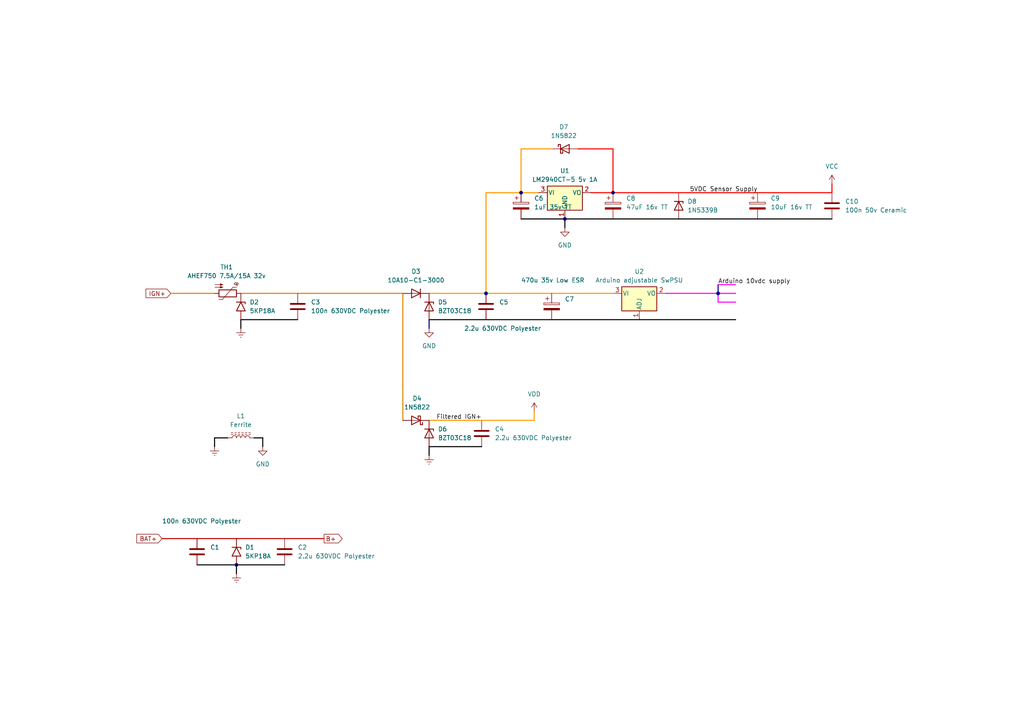
<source format=kicad_sch>
(kicad_sch (version 20230121) (generator eeschema)
  (paper "A4")
  (lib_symbols
    (symbol "Device:C" (pin_numbers hide) (pin_names (offset 0.254))
      (property "Reference" "C" (at 0.635 2.54 0))
      (property "Value" "C" (at 0.635 -2.54 0))
      (symbol "C_0_1"
        (polyline (pts (xy -2.032 -0.762) (xy 2.032 -0.762)) (stroke (width 0.508)))
        (polyline (pts (xy -2.032 0.762) (xy 2.032 0.762)) (stroke (width 0.508)))
      )
      (symbol "C_1_1"
        (pin passive line (at 0 3.81 270) (length 2.794) (name "~") (number "1"))
        (pin passive line (at 0 -3.81 90) (length 2.794) (name "~") (number "2"))
      )
    )
    (symbol "Device:C_Polarized" (pin_numbers hide) (pin_names (offset 0.254))
      (property "Reference" "C" (at 0.635 2.54 0))
      (property "Value" "C_Polarized" (at 0.635 -2.54 0))
      (symbol "C_Polarized_0_1"
        (rectangle (start -2.286 0.508) (end 2.286 1.016))
        (polyline (pts (xy -1.778 2.286) (xy -0.762 2.286)))
        (polyline (pts (xy -1.27 2.794) (xy -1.27 1.778)))
        (rectangle (start 2.286 -0.508) (end -2.286 -1.016) (fill (type outline)))
      )
      (symbol "C_Polarized_1_1"
        (pin passive line (at 0 3.81 270) (length 2.794) (name "~") (number "1"))
        (pin passive line (at 0 -3.81 90) (length 2.794) (name "~") (number "2"))
      )
    )
    (symbol "Device:D_Zener" (pin_numbers hide) (pin_names (offset 1.016) hide)
      (property "Reference" "D" (at 0 2.54 0))
      (property "Value" "D_Zener" (at 0 -2.54 0))
      (symbol "D_Zener_0_1"
        (polyline (pts (xy 1.27 0) (xy -1.27 0)))
        (polyline (pts (xy -1.27 -1.27) (xy -1.27 1.27) (xy -0.762 1.27)) (stroke (width 0.254)))
        (polyline (pts (xy 1.27 -1.27) (xy 1.27 1.27) (xy -1.27 0) (xy 1.27 -1.27)) (stroke (width 0.254)))
      )
      (symbol "D_Zener_1_1"
        (pin passive line (at -3.81 0 0) (length 2.54) (name "K") (number "1"))
        (pin passive line (at 3.81 0 180) (length 2.54) (name "A") (number "2"))
      )
    )
    (symbol "Device:L_Ferrite" (pin_numbers hide) (pin_names (offset 1.016) hide)
      (property "Reference" "L" (at -1.27 0 90))
      (property "Value" "L_Ferrite" (at 2.794 0 90))
      (symbol "L_Ferrite_0_1"
        (arc (start 0 -2.54) (mid 0.6323 -1.905) (end 0 -1.27))
        (arc (start 0 -1.27) (mid 0.6323 -0.635) (end 0 0))
        (polyline (pts (xy 1.016 -2.794) (xy 1.016 -2.286)))
        (polyline (pts (xy 1.016 -1.778) (xy 1.016 -1.27)))
        (polyline (pts (xy 1.016 -0.762) (xy 1.016 -0.254)))
        (polyline (pts (xy 1.016 0.254) (xy 1.016 0.762)))
        (polyline (pts (xy 1.016 1.27) (xy 1.016 1.778)))
        (polyline (pts (xy 1.016 2.286) (xy 1.016 2.794)))
        (polyline (pts (xy 1.524 -2.286) (xy 1.524 -2.794)))
        (polyline (pts (xy 1.524 -1.27) (xy 1.524 -1.778)))
        (polyline (pts (xy 1.524 -0.254) (xy 1.524 -0.762)))
        (polyline (pts (xy 1.524 0.762) (xy 1.524 0.254)))
        (polyline (pts (xy 1.524 1.778) (xy 1.524 1.27)))
        (polyline (pts (xy 1.524 2.794) (xy 1.524 2.286)))
        (arc (start 0 0) (mid 0.6323 0.635) (end 0 1.27))
        (arc (start 0 1.27) (mid 0.6323 1.905) (end 0 2.54))
      )
      (symbol "L_Ferrite_1_1"
        (pin passive line (at 0 3.81 270) (length 1.27) (name "1") (number "1"))
        (pin passive line (at 0 -3.81 90) (length 1.27) (name "2") (number "2"))
      )
    )
    (symbol "Device:Thermistor_PTC" (pin_numbers hide) (pin_names (offset 0))
      (property "Reference" "TH" (at -4.064 0 90))
      (property "Value" "Thermistor_PTC" (at 3.048 0 90))
      (symbol "Thermistor_PTC_0_1"
        (arc (start -3.048 2.159) (mid -3.0495 2.3143) (end -3.175 2.413))
        (arc (start -3.048 2.159) (mid -2.9736 1.9794) (end -2.794 1.905))
        (arc (start -3.048 2.794) (mid -2.9736 2.6144) (end -2.794 2.54))
        (arc (start -2.794 1.905) (mid -2.6144 1.9794) (end -2.54 2.159))
        (arc (start -2.794 2.54) (mid -2.4393 2.5587) (end -2.159 2.794))
        (arc (start -2.794 3.048) (mid -2.9736 2.9736) (end -3.048 2.794))
        (arc (start -2.54 2.794) (mid -2.6144 2.9736) (end -2.794 3.048))
        (rectangle (start -1.016 2.54) (end 1.016 -2.54) (stroke (width 0.254)))
        (polyline (pts (xy -2.54 2.159) (xy -2.54 2.794)))
        (polyline (pts (xy -1.778 2.54) (xy -1.778 1.524) (xy 1.778 -1.524) (xy 1.778 -2.54)))
        (polyline (pts (xy -2.54 -3.683) (xy -2.54 -1.397) (xy -2.794 -2.159) (xy -2.286 -2.159) (xy -2.54 -1.397) (xy -2.54 -1.651)) (fill (type outline)))
        (polyline (pts (xy -1.778 -3.683) (xy -1.778 -1.397) (xy -2.032 -2.159) (xy -1.524 -2.159) (xy -1.778 -1.397) (xy -1.778 -1.651)) (fill (type outline)))
      )
      (symbol "Thermistor_PTC_1_1"
        (pin passive line (at 0 3.81 270) (length 1.27) (name "~") (number "1"))
        (pin passive line (at 0 -3.81 90) (length 1.27) (name "~") (number "2"))
      )
    )
    (symbol "Diode:1N5408" (pin_numbers hide) (pin_names hide)
      (property "Reference" "D" (at 0 2.54 0))
      (property "Value" "1N5408" (at 0 -2.54 0))
      (symbol "1N5408_0_1"
        (polyline (pts (xy -1.27 1.27) (xy -1.27 -1.27)) (stroke (width 0.254)))
        (polyline (pts (xy 1.27 0) (xy -1.27 0)))
        (polyline (pts (xy 1.27 1.27) (xy 1.27 -1.27) (xy -1.27 0) (xy 1.27 1.27)) (stroke (width 0.254)))
      )
      (symbol "1N5408_1_1"
        (pin passive line (at -3.81 0 0) (length 2.54) (name "K") (number "1"))
        (pin passive line (at 3.81 0 180) (length 2.54) (name "A") (number "2"))
      )
    )
    (symbol "Diode:1N5822" (pin_numbers hide) (pin_names (offset 1.016) hide)
      (property "Reference" "D" (at 0 2.54 0))
      (property "Value" "1N5822" (at 0 -2.54 0))
      (symbol "1N5822_0_1"
        (polyline (pts (xy 1.27 0) (xy -1.27 0)))
        (polyline (pts (xy 1.27 1.27) (xy 1.27 -1.27) (xy -1.27 0) (xy 1.27 1.27)) (stroke (width 0.254)))
        (polyline (pts (xy -1.905 0.635) (xy -1.905 1.27) (xy -1.27 1.27) (xy -1.27 -1.27) (xy -0.635 -1.27) (xy -0.635 -0.635)) (stroke (width 0.254)))
      )
      (symbol "1N5822_1_1"
        (pin passive line (at -3.81 0 0) (length 2.54) (name "K") (number "1"))
        (pin passive line (at 3.81 0 180) (length 2.54) (name "A") (number "2"))
      )
    )
    (symbol "Diode:5KPxxA" (pin_numbers hide) (pin_names (offset 1.016) hide)
      (property "Reference" "D" (at 0 2.54 0))
      (property "Value" "5KPxxA" (at 0 -2.54 0))
      (symbol "5KPxxA_0_1"
        (polyline (pts (xy -0.762 1.27) (xy -1.27 1.27) (xy -1.27 -1.27)) (stroke (width 0.254)))
        (polyline (pts (xy 1.27 1.27) (xy 1.27 -1.27) (xy -1.27 0) (xy 1.27 1.27)) (stroke (width 0.254)))
      )
      (symbol "5KPxxA_1_1"
        (pin passive line (at -3.81 0 0) (length 2.54) (name "A1") (number "1"))
        (pin passive line (at 3.81 0 180) (length 2.54) (name "A2") (number "2"))
      )
    )
    (symbol "Regulator_Linear:AZ1117-5.0" (pin_names (offset 0.254))
      (property "Reference" "U" (at -3.81 3.175 0))
      (property "Value" "AZ1117-5.0" (at 0 3.175 0))
      (symbol "AZ1117-5.0_0_1"
        (rectangle (start -5.08 1.905) (end 5.08 -5.08) (stroke (width 0.254)) (fill (type background)))
      )
      (symbol "AZ1117-5.0_1_1"
        (pin power_in line (at 0 -7.62 90) (length 2.54) (name "GND") (number "1"))
        (pin power_out line (at 7.62 0 180) (length 2.54) (name "VO") (number "2"))
        (pin power_in line (at -7.62 0 0) (length 2.54) (name "VI") (number "3"))
      )
    )
    (symbol "Regulator_Linear:LM1085-ADJ" (pin_names (offset 0.254))
      (property "Reference" "U" (at -3.81 3.175 0))
      (property "Value" "LM1085-ADJ" (at 0 3.175 0))
      (symbol "LM1085-ADJ_0_1"
        (rectangle (start -5.08 1.905) (end 5.08 -5.08) (stroke (width 0.254)) (fill (type background)))
      )
      (symbol "LM1085-ADJ_1_1"
        (pin input line (at 0 -7.62 90) (length 2.54) (name "ADJ") (number "1"))
        (pin power_out line (at 7.62 0 180) (length 2.54) (name "VO") (number "2"))
        (pin power_in line (at -7.62 0 0) (length 2.54) (name "VI") (number "3"))
      )
    )
    (symbol "power:Earth" (power) (pin_names (offset 0))
      (symbol "Earth_0_1"
        (polyline (pts (xy -0.635 -1.905) (xy 0.635 -1.905)))
        (polyline (pts (xy -0.127 -2.54) (xy 0.127 -2.54)))
        (polyline (pts (xy 0 -1.27) (xy 0 0)))
        (polyline (pts (xy 1.27 -1.27) (xy -1.27 -1.27)))
      )
      (symbol "Earth_1_1"
        (pin power_in line (at 0 0 270) (length 0) hide (name "Earth") (number "1"))
      )
    )
    (symbol "power:GND" (power) (pin_names (offset 0))
      (property "Value" "GND" (at 0 -3.81 0))
      (symbol "GND_0_1"
        (polyline (pts (xy 0 0) (xy 0 -1.27) (xy 1.27 -1.27) (xy 0 -2.54) (xy -1.27 -1.27) (xy 0 -1.27)))
      )
      (symbol "GND_1_1"
        (pin power_in line (at 0 0 270) (length 0) hide (name "GND") (number "1"))
      )
    )
    (symbol "power:VCC" (power) (pin_names (offset 0))
      (property "Value" "VCC" (at 0 3.81 0))
      (symbol "VCC_0_1"
        (polyline (pts (xy -0.762 1.27) (xy 0 2.54)))
        (polyline (pts (xy 0 0) (xy 0 2.54)))
        (polyline (pts (xy 0 2.54) (xy 0.762 1.27)))
      )
      (symbol "VCC_1_1"
        (pin power_in line (at 0 0 90) (length 0) hide (name "VCC") (number "1"))
      )
    )
    (symbol "power:VDD" (power) (pin_names (offset 0))
      (property "Value" "VDD" (at 0 3.81 0))
      (symbol "VDD_0_1"
        (polyline (pts (xy -0.762 1.27) (xy 0 2.54)))
        (polyline (pts (xy 0 0) (xy 0 2.54)))
        (polyline (pts (xy 0 2.54) (xy 0.762 1.27)))
      )
      (symbol "VDD_1_1"
        (pin power_in line (at 0 0 90) (length 0) hide (name "VDD") (number "1"))
      )
    )
  )
  (junction (at 140.97 85.09))
  (junction (at 68.58 163.83))
  (junction (at 208.28 85.09))
  (junction (at 177.8 55.88))
  (junction (at 163.83 63.5))
  (junction (at 151.13 55.88))
  (bus (pts (xy 86.36 92.71) (xy 69.85 92.71)) (stroke (width 0) (color 0 0 0 1)))
  (bus (pts (xy 49.53 85.09) (xy 62.23 85.09)) (stroke (width 0) (color 221 133 0 1)))
  (bus (pts (xy 193.04 85.09) (xy 208.28 85.09)) (stroke (width 0) (color 255 0 255 1)))
  (bus (pts (xy 151.13 63.5) (xy 163.83 63.5)) (stroke (width 0) (color 0 0 0 1)))
  (bus (pts (xy 73.66 127) (xy 76.2 127)) (stroke (width 0) (color 0 0 0 1)))
  (bus (pts (xy 62.23 127) (xy 62.23 129.54)) (stroke (width 0) (color 0 0 0 1)))
  (bus (pts (xy 69.85 92.71) (xy 69.85 95.25)) (stroke (width 0) (color 0 0 0 1)))
  (bus (pts (xy 68.58 163.83) (xy 68.58 166.37)) (stroke (width 0) (color 0 0 0 1)))
  (bus (pts (xy 140.97 55.88) (xy 140.97 85.09)) (stroke (width 0) (color 255 153 0 1)))
  (bus (pts (xy 208.28 85.09) (xy 208.28 87.63)) (stroke (width 0) (color 255 0 255 1)))
  (bus (pts (xy 151.13 43.18) (xy 151.13 55.88)) (stroke (width 0) (color 255 153 0 1)))
  (bus (pts (xy 139.7 129.54) (xy 124.46 129.54)) (stroke (width 0) (color 0 0 0 1)))
  (bus (pts (xy 208.28 85.09) (xy 208.28 82.55)))
  (bus (pts (xy 177.8 55.88) (xy 241.3 55.88)) (stroke (width 0) (color 255 0 0 1)))
  (bus (pts (xy 171.45 55.88) (xy 177.8 55.88)) (stroke (width 0) (color 255 0 0 1)))
  (bus (pts (xy 66.04 127) (xy 62.23 127)) (stroke (width 0) (color 0 0 0 1)))
  (bus (pts (xy 160.02 43.18) (xy 151.13 43.18)) (stroke (width 0) (color 255 153 0 1)))
  (bus (pts (xy 167.64 43.18) (xy 177.8 43.18)) (stroke (width 0) (color 255 0 0 1)))
  (bus (pts (xy 76.2 129.54) (xy 76.2 127)) (stroke (width 0) (color 0 0 0 1)))
  (bus (pts (xy 208.28 87.63) (xy 213.36 87.63)) (stroke (width 0) (color 255 0 255 1)))
  (bus (pts (xy 163.83 63.5) (xy 241.3 63.5)) (stroke (width 0) (color 0 0 0 1)))
  (bus (pts (xy 241.3 53.34) (xy 241.3 55.88)) (stroke (width 0) (color 255 0 0 1)))
  (bus (pts (xy 151.13 55.88) (xy 140.97 55.88)) (stroke (width 0) (color 255 153 0 1)))
  (bus (pts (xy 124.46 85.09) (xy 140.97 85.09)) (stroke (width 0) (color 255 153 0 1)))
  (bus (pts (xy 116.84 121.92) (xy 116.84 85.09)) (stroke (width 0) (color 221 133 0 1)))
  (bus (pts (xy 69.85 85.09) (xy 116.84 85.09)) (stroke (width 0) (color 221 133 0 1)))
  (bus (pts (xy 124.46 92.71) (xy 213.36 92.71)) (stroke (width 0) (color 0 0 0 1)))
  (bus (pts (xy 154.94 121.92) (xy 154.94 119.38)) (stroke (width 0) (color 255 153 0 1)))
  (bus (pts (xy 57.15 163.83) (xy 68.58 163.83)) (stroke (width 0) (color 0 0 0 1)))
  (bus (pts (xy 140.97 85.09) (xy 177.8 85.09)) (stroke (width 0) (color 255 153 0 1)))
  (bus (pts (xy 151.13 55.88) (xy 156.21 55.88)) (stroke (width 0) (color 255 153 0 1)))
  (bus (pts (xy 208.28 85.09) (xy 213.36 85.09)) (stroke (width 0) (color 255 0 255 1)))
  (bus (pts (xy 177.8 43.18) (xy 177.8 55.88)) (stroke (width 0) (color 255 0 0 1)))
  (bus (pts (xy 124.46 129.54) (xy 124.46 132.08)) (stroke (width 0) (color 0 0 0 1)))
  (bus (pts (xy 82.55 163.83) (xy 68.58 163.83)) (stroke (width 0) (color 0 0 0 1)))
  (bus (pts (xy 208.28 82.55) (xy 213.36 82.55)) (stroke (width 0) (color 255 0 255 1)))
  (bus (pts (xy 124.46 95.25) (xy 124.46 92.71)))
  (bus (pts (xy 46.99 156.21) (xy 93.98 156.21)) (stroke (width 0) (color 194 0 0 1)))
  (bus (pts (xy 124.46 121.92) (xy 154.94 121.92)) (stroke (width 0) (color 255 153 0 1)))
  (bus (pts (xy 163.83 63.5) (xy 163.83 66.04)) (stroke (width 0) (color 0 0 0 1)))
  (label "Filtered IGN+" (at 139.7 121.92 180))
  (label "5VDC Sensor Supply" (at 219.71 55.88 180))
  (label "Arduino 10vdc supply" (at 208.28 82.55 0))
  (global_label "IGN+" (shape input) (at 49.53 85.09 180) (property "Intersheetrefs" "${INTERSHEET_REFS}" (effects hide)))
  (global_label "B+" (shape output) (at 93.98 156.21 0) (property "Intersheetrefs" "${INTERSHEET_REFS}" (effects hide)))
  (global_label "BAT+" (shape input) (at 46.99 156.21 180) (property "Intersheetrefs" "${INTERSHEET_REFS}" (effects hide)))
  (symbol (lib_id "Device:C_Polarized") (at 160.02 88.9 0) (unit 1)
    (property "Reference" "C7" (at 163.83 86.741 0) (effects (justify left)))
    (property "Value" "470u 35v Low ESR" (at 151.13 81.28 0) (effects (justify left)))
  )
  (symbol (lib_id "power:GND") (at 163.83 66.04 0) (unit 1)
    (property "Reference" "#PWR08" (effects hide))
    (property "Value" "GND" (at 163.83 71.12 0))
  )
  (symbol (lib_id "Device:C_Polarized") (at 151.13 59.69 0) (unit 1)
    (property "Reference" "C6" (at 154.94 57.531 0) (effects (justify left)))
    (property "Value" "1uF 35v TT" (at 154.94 60.071 0) (effects (justify left)))
  )
  (symbol (lib_id "power:Earth") (at 62.23 129.54 0) (unit 1)
    (property "Reference" "#PWR01" (effects hide))
    (property "Value" "Earth" (effects hide))
  )
  (symbol (lib_id "Diode:1N5822") (at 163.83 43.18 0) (unit 1)
    (property "Reference" "D7" (at 163.5125 36.83 0))
    (property "Value" "1N5822" (at 163.5125 39.37 0))
    (property "Footprint" "Diode_THT:D_DO-201AD_P15.24mm_Horizontal" (effects hide))
    (property "Datasheet" "http://www.vishay.com/docs/88526/1n5820.pdf" (effects hide))
  )
  (symbol (lib_id "Regulator_Linear:LM1085-ADJ") (at 185.42 85.09 0) (unit 1)
    (property "Reference" "U2" (at 185.42 78.74 0))
    (property "Value" "Arduino adjustable SwPSU" (at 185.42 81.28 0))
    (property "Datasheet" "http://www.ti.com/lit/ds/symlink/lm1085.pdf" (effects hide))
  )
  (symbol (lib_id "Device:C_Polarized") (at 219.71 59.69 0) (unit 1)
    (property "Reference" "C9" (at 223.52 57.531 0) (effects (justify left)))
    (property "Value" "10uF 16v TT" (at 223.52 60.071 0) (effects (justify left)))
  )
  (symbol (lib_id "Device:D_Zener") (at 196.85 59.69 270) (unit 1)
    (property "Reference" "D8" (at 199.39 58.42 90) (effects (justify left)))
    (property "Value" "1N5339B" (at 199.39 60.96 90) (effects (justify left)))
  )
  (symbol (lib_id "power:Earth") (at 68.58 166.37 0) (unit 1)
    (property "Reference" "#PWR02" (effects hide))
    (property "Value" "Earth" (effects hide))
  )
  (symbol (lib_id "Diode:1N5822") (at 120.65 121.92 180) (unit 1)
    (property "Reference" "D4" (at 120.9675 115.57 0))
    (property "Value" "1N5822" (at 120.9675 118.11 0))
    (property "Footprint" "Diode_THT:D_DO-201AD_P15.24mm_Horizontal" (effects hide))
    (property "Datasheet" "http://www.vishay.com/docs/88526/1n5820.pdf" (effects hide))
  )
  (symbol (lib_id "Device:C") (at 140.97 88.9 0) (unit 1)
    (property "Reference" "C5" (at 144.78 87.63 0) (effects (justify left)))
    (property "Value" "2.2u 630VDC Polyester" (at 134.62 95.25 0) (effects (justify left)))
  )
  (symbol (lib_id "Diode:5KPxxA") (at 69.85 88.9 270) (unit 1)
    (property "Reference" "D2" (at 72.39 87.63 90) (effects (justify left)))
    (property "Value" "5KP18A" (at 72.39 90.17 90) (effects (justify left)))
    (property "Footprint" "Diode_THT:D_P600_R-6_P20.00mm_Horizontal" (effects hide))
    (property "Datasheet" "https://diotec.com/tl_files/diotec/files/pdf/datasheets/5kp65.pdf" (effects hide))
  )
  (symbol (lib_id "Device:D_Zener") (at 124.46 88.9 270) (unit 1)
    (property "Reference" "D5" (at 127 87.63 90) (effects (justify left)))
    (property "Value" "BZT03C18" (at 127 90.17 90) (effects (justify left)))
  )
  (symbol (lib_id "power:VCC") (at 241.3 53.34 0) (unit 1)
    (property "Reference" "#PWR09" (effects hide))
    (property "Value" "VCC" (at 241.3 48.26 0))
  )
  (symbol (lib_id "Device:Thermistor_PTC") (at 66.04 85.09 270) (unit 1)
    (property "Reference" "TH1" (at 65.7225 77.47 90))
    (property "Value" "AHEF750 7.5A/15A 32v" (at 65.7225 80.01 90))
  )
  (symbol (lib_id "power:VDD") (at 154.94 119.38 0) (unit 1)
    (property "Reference" "#PWR07" (effects hide))
    (property "Value" "VDD" (at 154.94 114.3 0))
  )
  (symbol (lib_id "power:Earth") (at 69.85 95.25 0) (unit 1)
    (property "Reference" "#PWR03" (effects hide))
    (property "Value" "Earth" (effects hide))
  )
  (symbol (lib_id "Device:L_Ferrite") (at 69.85 127 90) (unit 1)
    (property "Reference" "L1" (at 69.85 120.65 90))
    (property "Value" "Ferrite" (at 69.85 123.19 90))
  )
  (symbol (lib_id "Device:C_Polarized") (at 177.8 59.69 0) (unit 1)
    (property "Reference" "C8" (at 181.61 57.531 0) (effects (justify left)))
    (property "Value" "47uF 16v TT" (at 181.61 60.071 0) (effects (justify left)))
  )
  (symbol (lib_id "power:GND") (at 124.46 95.25 0) (unit 1)
    (property "Reference" "#PWR05" (effects hide))
    (property "Value" "GND" (at 124.46 100.33 0))
  )
  (symbol (lib_id "Diode:5KPxxA") (at 68.58 160.02 270) (unit 1)
    (property "Reference" "D1" (at 71.12 158.75 90) (effects (justify left)))
    (property "Value" "5KP18A" (at 71.12 161.29 90) (effects (justify left)))
    (property "Footprint" "Diode_THT:D_P600_R-6_P20.00mm_Horizontal" (effects hide))
    (property "Datasheet" "https://diotec.com/tl_files/diotec/files/pdf/datasheets/5kp65.pdf" (effects hide))
  )
  (symbol (lib_id "Device:C") (at 241.3 59.69 0) (unit 1)
    (property "Reference" "C10" (at 245.11 58.42 0) (effects (justify left)))
    (property "Value" "100n 50v Ceramic" (at 245.11 60.96 0) (effects (justify left)))
  )
  (symbol (lib_id "Regulator_Linear:AZ1117-5.0") (at 163.83 55.88 0) (unit 1)
    (property "Reference" "U1" (at 163.83 49.53 0))
    (property "Value" "LM2940CT-5 5v 1A" (at 163.83 52.07 0))
    (property "Datasheet" "https://www.diodes.com/assets/Datasheets/AZ1117.pdf" (effects hide))
  )
  (symbol (lib_id "power:GND") (at 76.2 129.54 0) (unit 1)
    (property "Reference" "#PWR04" (effects hide))
    (property "Value" "GND" (at 76.2 134.62 0))
  )
  (symbol (lib_id "Diode:1N5408") (at 120.65 85.09 180) (unit 1)
    (property "Reference" "D3" (at 120.65 78.74 0))
    (property "Value" "10A10-C1-3000" (at 120.65 81.28 0))
    (property "Footprint" "Diode_THT:D_DO-201AD_P15.24mm_Horizontal" (effects hide))
    (property "Datasheet" "http://www.vishay.com/docs/88516/1n5400.pdf" (effects hide))
    (property "Sim.Device" "D" (effects hide))
    (property "Sim.Pins" "1=K 2=A" (effects hide))
  )
  (symbol (lib_id "Device:C") (at 139.7 125.73 0) (unit 1)
    (property "Reference" "C4" (at 143.51 124.46 0) (effects (justify left)))
    (property "Value" "2.2u 630VDC Polyester" (at 143.51 127 0) (effects (justify left)))
  )
  (symbol (lib_id "Device:C") (at 57.15 160.02 0) (unit 1)
    (property "Reference" "C1" (at 60.96 158.75 0) (effects (justify left)))
    (property "Value" "100n 630VDC Polyester" (at 46.99 151.13 0) (effects (justify left)))
  )
  (symbol (lib_id "power:Earth") (at 124.46 132.08 0) (unit 1)
    (property "Reference" "#PWR06" (effects hide))
    (property "Value" "Earth" (effects hide))
  )
  (symbol (lib_id "Device:C") (at 86.36 88.9 0) (unit 1)
    (property "Reference" "C3" (at 90.17 87.63 0) (effects (justify left)))
    (property "Value" "100n 630VDC Polyester" (at 90.17 90.17 0) (effects (justify left)))
  )
  (symbol (lib_id "Device:C") (at 82.55 160.02 0) (unit 1)
    (property "Reference" "C2" (at 86.36 158.75 0) (effects (justify left)))
    (property "Value" "2.2u 630VDC Polyester" (at 86.36 161.29 0) (effects (justify left)))
  )
  (symbol (lib_id "Device:D_Zener") (at 124.46 125.73 270) (unit 1)
    (property "Reference" "D6" (at 127 124.46 90) (effects (justify left)))
    (property "Value" "BZT03C18" (at 127 127 90) (effects (justify left)))
  )
)
</source>
